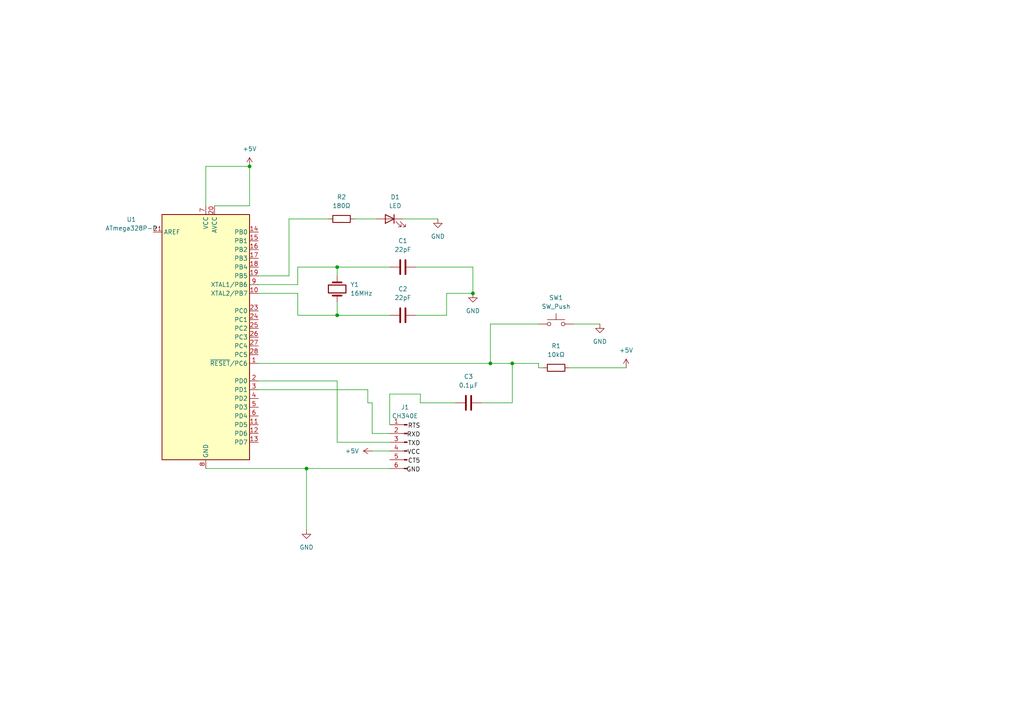
<source format=kicad_sch>
(kicad_sch (version 20230121) (generator eeschema)
  (paper "A4")
  (lib_symbols
    (symbol "Connector:Conn_01x06_Pin" (pin_names (offset 1.016) hide)
      (property "Reference" "J" (at 0 7.62 0))
      (property "Value" "Conn_01x06_Pin" (at 0 -10.16 0))
      (symbol "Conn_01x06_Pin_1_1"
        (polyline (pts (xy 1.27 -7.62) (xy 0.8636 -7.62)) (stroke (width 0.1524)))
        (polyline (pts (xy 1.27 -5.08) (xy 0.8636 -5.08)) (stroke (width 0.1524)))
        (polyline (pts (xy 1.27 -2.54) (xy 0.8636 -2.54)) (stroke (width 0.1524)))
        (polyline (pts (xy 1.27 0) (xy 0.8636 0)) (stroke (width 0.1524)))
        (polyline (pts (xy 1.27 2.54) (xy 0.8636 2.54)) (stroke (width 0.1524)))
        (polyline (pts (xy 1.27 5.08) (xy 0.8636 5.08)) (stroke (width 0.1524)))
        (rectangle (start 0.8636 -7.493) (end 0 -7.747) (stroke (width 0.1524)) (fill (type outline)))
        (rectangle (start 0.8636 -4.953) (end 0 -5.207) (stroke (width 0.1524)) (fill (type outline)))
        (rectangle (start 0.8636 -2.413) (end 0 -2.667) (stroke (width 0.1524)) (fill (type outline)))
        (rectangle (start 0.8636 0.127) (end 0 -0.127) (stroke (width 0.1524)) (fill (type outline)))
        (rectangle (start 0.8636 2.667) (end 0 2.413) (stroke (width 0.1524)) (fill (type outline)))
        (rectangle (start 0.8636 5.207) (end 0 4.953) (stroke (width 0.1524)) (fill (type outline)))
        (pin passive line (at 5.08 5.08 180) (length 3.81) (name "Pin_1") (number "1"))
        (pin passive line (at 5.08 2.54 180) (length 3.81) (name "Pin_2") (number "2"))
        (pin passive line (at 5.08 0 180) (length 3.81) (name "Pin_3") (number "3"))
        (pin passive line (at 5.08 -2.54 180) (length 3.81) (name "Pin_4") (number "4"))
        (pin passive line (at 5.08 -5.08 180) (length 3.81) (name "Pin_5") (number "5"))
        (pin passive line (at 5.08 -7.62 180) (length 3.81) (name "Pin_6") (number "6"))
      )
    )
    (symbol "Device:C" (pin_numbers hide) (pin_names (offset 0.254))
      (property "Reference" "C" (at 0.635 2.54 0))
      (property "Value" "C" (at 0.635 -2.54 0))
      (symbol "C_0_1"
        (polyline (pts (xy -2.032 -0.762) (xy 2.032 -0.762)) (stroke (width 0.508)))
        (polyline (pts (xy -2.032 0.762) (xy 2.032 0.762)) (stroke (width 0.508)))
      )
      (symbol "C_1_1"
        (pin passive line (at 0 3.81 270) (length 2.794) (name "~") (number "1"))
        (pin passive line (at 0 -3.81 90) (length 2.794) (name "~") (number "2"))
      )
    )
    (symbol "Device:Crystal" (pin_numbers hide) (pin_names (offset 1.016) hide)
      (property "Reference" "Y" (at 0 3.81 0))
      (property "Value" "Crystal" (at 0 -3.81 0))
      (symbol "Crystal_0_1"
        (rectangle (start -1.143 2.54) (end 1.143 -2.54) (stroke (width 0.3048)))
        (polyline (pts (xy -2.54 0) (xy -1.905 0)))
        (polyline (pts (xy -1.905 -1.27) (xy -1.905 1.27)) (stroke (width 0.508)))
        (polyline (pts (xy 1.905 -1.27) (xy 1.905 1.27)) (stroke (width 0.508)))
        (polyline (pts (xy 2.54 0) (xy 1.905 0)))
      )
      (symbol "Crystal_1_1"
        (pin passive line (at -3.81 0 0) (length 1.27) (name "1") (number "1"))
        (pin passive line (at 3.81 0 180) (length 1.27) (name "2") (number "2"))
      )
    )
    (symbol "Device:LED" (pin_numbers hide) (pin_names (offset 1.016) hide)
      (property "Reference" "D" (at 0 2.54 0))
      (property "Value" "LED" (at 0 -2.54 0))
      (symbol "LED_0_1"
        (polyline (pts (xy -1.27 -1.27) (xy -1.27 1.27)) (stroke (width 0.254)))
        (polyline (pts (xy -1.27 0) (xy 1.27 0)))
        (polyline (pts (xy 1.27 -1.27) (xy 1.27 1.27) (xy -1.27 0) (xy 1.27 -1.27)) (stroke (width 0.254)))
        (polyline (pts (xy -3.048 -0.762) (xy -4.572 -2.286) (xy -3.81 -2.286) (xy -4.572 -2.286) (xy -4.572 -1.524)))
        (polyline (pts (xy -1.778 -0.762) (xy -3.302 -2.286) (xy -2.54 -2.286) (xy -3.302 -2.286) (xy -3.302 -1.524)))
      )
      (symbol "LED_1_1"
        (pin passive line (at -3.81 0 0) (length 2.54) (name "K") (number "1"))
        (pin passive line (at 3.81 0 180) (length 2.54) (name "A") (number "2"))
      )
    )
    (symbol "Device:R" (pin_numbers hide) (pin_names (offset 0))
      (property "Reference" "R" (at 2.032 0 90))
      (property "Value" "R" (at 0 0 90))
      (symbol "R_0_1"
        (rectangle (start -1.016 -2.54) (end 1.016 2.54) (stroke (width 0.254)))
      )
      (symbol "R_1_1"
        (pin passive line (at 0 3.81 270) (length 1.27) (name "~") (number "1"))
        (pin passive line (at 0 -3.81 90) (length 1.27) (name "~") (number "2"))
      )
    )
    (symbol "MCU_Microchip_ATmega:ATmega328P-P"
      (property "Reference" "U" (at -12.7 36.83 0))
      (property "Value" "ATmega328P-P" (at 2.54 -36.83 0))
      (symbol "ATmega328P-P_0_1"
        (rectangle (start -12.7 -35.56) (end 12.7 35.56) (stroke (width 0.254)) (fill (type background)))
      )
      (symbol "ATmega328P-P_1_1"
        (pin bidirectional line (at 15.24 -7.62 180) (length 2.54) (name "~{RESET}/PC6") (number "1"))
        (pin bidirectional line (at 15.24 12.7 180) (length 2.54) (name "XTAL2/PB7") (number "10"))
        (pin bidirectional line (at 15.24 -25.4 180) (length 2.54) (name "PD5") (number "11"))
        (pin bidirectional line (at 15.24 -27.94 180) (length 2.54) (name "PD6") (number "12"))
        (pin bidirectional line (at 15.24 -30.48 180) (length 2.54) (name "PD7") (number "13"))
        (pin bidirectional line (at 15.24 30.48 180) (length 2.54) (name "PB0") (number "14"))
        (pin bidirectional line (at 15.24 27.94 180) (length 2.54) (name "PB1") (number "15"))
        (pin bidirectional line (at 15.24 25.4 180) (length 2.54) (name "PB2") (number "16"))
        (pin bidirectional line (at 15.24 22.86 180) (length 2.54) (name "PB3") (number "17"))
        (pin bidirectional line (at 15.24 20.32 180) (length 2.54) (name "PB4") (number "18"))
        (pin bidirectional line (at 15.24 17.78 180) (length 2.54) (name "PB5") (number "19"))
        (pin bidirectional line (at 15.24 -12.7 180) (length 2.54) (name "PD0") (number "2"))
        (pin power_in line (at 2.54 38.1 270) (length 2.54) (name "AVCC") (number "20"))
        (pin passive line (at -15.24 30.48 0) (length 2.54) (name "AREF") (number "21"))
        (pin passive line (at 0 -38.1 90) (length 2.54) hide (name "GND") (number "22"))
        (pin bidirectional line (at 15.24 7.62 180) (length 2.54) (name "PC0") (number "23"))
        (pin bidirectional line (at 15.24 5.08 180) (length 2.54) (name "PC1") (number "24"))
        (pin bidirectional line (at 15.24 2.54 180) (length 2.54) (name "PC2") (number "25"))
        (pin bidirectional line (at 15.24 0 180) (length 2.54) (name "PC3") (number "26"))
        (pin bidirectional line (at 15.24 -2.54 180) (length 2.54) (name "PC4") (number "27"))
        (pin bidirectional line (at 15.24 -5.08 180) (length 2.54) (name "PC5") (number "28"))
        (pin bidirectional line (at 15.24 -15.24 180) (length 2.54) (name "PD1") (number "3"))
        (pin bidirectional line (at 15.24 -17.78 180) (length 2.54) (name "PD2") (number "4"))
        (pin bidirectional line (at 15.24 -20.32 180) (length 2.54) (name "PD3") (number "5"))
        (pin bidirectional line (at 15.24 -22.86 180) (length 2.54) (name "PD4") (number "6"))
        (pin power_in line (at 0 38.1 270) (length 2.54) (name "VCC") (number "7"))
        (pin power_in line (at 0 -38.1 90) (length 2.54) (name "GND") (number "8"))
        (pin bidirectional line (at 15.24 15.24 180) (length 2.54) (name "XTAL1/PB6") (number "9"))
      )
    )
    (symbol "Switch:SW_Push" (pin_numbers hide) (pin_names (offset 1.016) hide)
      (property "Reference" "SW" (at 1.27 2.54 0))
      (property "Value" "SW_Push" (at 0 -1.524 0))
      (symbol "SW_Push_0_1"
        (circle (center -2.032 0) (radius 0.508))
        (polyline (pts (xy 0 1.27) (xy 0 3.048)))
        (polyline (pts (xy 2.54 1.27) (xy -2.54 1.27)))
        (circle (center 2.032 0) (radius 0.508))
        (pin passive line (at -5.08 0 0) (length 2.54) (name "1") (number "1"))
        (pin passive line (at 5.08 0 180) (length 2.54) (name "2") (number "2"))
      )
    )
    (symbol "power:+5V" (power) (pin_names (offset 0))
      (property "Value" "+5V" (at 0 3.556 0))
      (symbol "+5V_0_1"
        (polyline (pts (xy -0.762 1.27) (xy 0 2.54)))
        (polyline (pts (xy 0 0) (xy 0 2.54)))
        (polyline (pts (xy 0 2.54) (xy 0.762 1.27)))
      )
      (symbol "+5V_1_1"
        (pin power_in line (at 0 0 90) (length 0) hide (name "+5V") (number "1"))
      )
    )
    (symbol "power:GND" (power) (pin_names (offset 0))
      (property "Value" "GND" (at 0 -3.81 0))
      (symbol "GND_0_1"
        (polyline (pts (xy 0 0) (xy 0 -1.27) (xy 1.27 -1.27) (xy 0 -2.54) (xy -1.27 -1.27) (xy 0 -1.27)))
      )
      (symbol "GND_1_1"
        (pin power_in line (at 0 0 270) (length 0) hide (name "GND") (number "1"))
      )
    )
  )
  (junction (at 148.59 105.41))
  (junction (at 137.16 85.09))
  (junction (at 142.24 105.41))
  (junction (at 88.9 135.89))
  (junction (at 72.39 48.26))
  (junction (at 97.79 77.47))
  (junction (at 97.79 91.44))
  (wire (pts (xy 74.93 85.09) (xy 86.36 85.09)))
  (wire (pts (xy 97.79 77.47) (xy 113.03 77.47)))
  (wire (pts (xy 97.79 110.49) (xy 97.79 128.27)))
  (wire (pts (xy 107.95 125.73) (xy 113.03 125.73)))
  (wire (pts (xy 97.79 91.44) (xy 113.03 91.44)))
  (wire (pts (xy 102.87 63.5) (xy 109.22 63.5)))
  (wire (pts (xy 88.9 135.89) (xy 88.9 153.67)))
  (wire (pts (xy 106.68 116.84) (xy 107.95 116.84)))
  (wire (pts (xy 74.93 82.55) (xy 86.36 82.55)))
  (wire (pts (xy 86.36 91.44) (xy 97.79 91.44)))
  (wire (pts (xy 142.24 105.41) (xy 148.59 105.41)))
  (wire (pts (xy 107.95 130.81) (xy 113.03 130.81)))
  (wire (pts (xy 157.48 106.68) (xy 156.21 106.68)))
  (wire (pts (xy 59.69 59.69) (xy 59.69 48.26)))
  (wire (pts (xy 142.24 93.98) (xy 142.24 105.41)))
  (wire (pts (xy 120.65 77.47) (xy 137.16 77.47)))
  (wire (pts (xy 86.36 77.47) (xy 97.79 77.47)))
  (wire (pts (xy 83.82 80.01) (xy 83.82 63.5)))
  (wire (pts (xy 156.21 106.68) (xy 156.21 105.41)))
  (wire (pts (xy 107.95 116.84) (xy 107.95 125.73)))
  (wire (pts (xy 165.1 106.68) (xy 181.61 106.68)))
  (wire (pts (xy 137.16 77.47) (xy 137.16 85.09)))
  (wire (pts (xy 156.21 93.98) (xy 142.24 93.98)))
  (wire (pts (xy 148.59 105.41) (xy 156.21 105.41)))
  (wire (pts (xy 121.92 114.3) (xy 113.03 114.3)))
  (wire (pts (xy 166.37 93.98) (xy 173.99 93.98)))
  (wire (pts (xy 106.68 113.03) (xy 74.93 113.03)))
  (wire (pts (xy 148.59 105.41) (xy 148.59 116.84)))
  (wire (pts (xy 59.69 48.26) (xy 72.39 48.26)))
  (wire (pts (xy 97.79 87.63) (xy 97.79 91.44)))
  (wire (pts (xy 113.03 114.3) (xy 113.03 123.19)))
  (wire (pts (xy 72.39 59.69) (xy 72.39 48.26)))
  (wire (pts (xy 74.93 80.01) (xy 83.82 80.01)))
  (wire (pts (xy 116.84 63.5) (xy 127 63.5)))
  (wire (pts (xy 120.65 91.44) (xy 129.54 91.44)))
  (wire (pts (xy 132.08 116.84) (xy 121.92 116.84)))
  (wire (pts (xy 97.79 128.27) (xy 113.03 128.27)))
  (wire (pts (xy 88.9 135.89) (xy 113.03 135.89)))
  (wire (pts (xy 86.36 85.09) (xy 86.36 91.44)))
  (wire (pts (xy 74.93 105.41) (xy 142.24 105.41)))
  (wire (pts (xy 106.68 116.84) (xy 106.68 113.03)))
  (wire (pts (xy 59.69 135.89) (xy 88.9 135.89)))
  (wire (pts (xy 139.7 116.84) (xy 148.59 116.84)))
  (wire (pts (xy 83.82 63.5) (xy 95.25 63.5)))
  (wire (pts (xy 129.54 91.44) (xy 129.54 85.09)))
  (wire (pts (xy 129.54 85.09) (xy 137.16 85.09)))
  (wire (pts (xy 121.92 116.84) (xy 121.92 114.3)))
  (wire (pts (xy 74.93 110.49) (xy 97.79 110.49)))
  (wire (pts (xy 86.36 82.55) (xy 86.36 77.47)))
  (wire (pts (xy 97.79 77.47) (xy 97.79 80.01)))
  (wire (pts (xy 62.23 59.69) (xy 72.39 59.69)))
  (label "CT5" (at 121.92 134.62 180))
  (label "VCC" (at 121.92 132.08 180))
  (label "RTS" (at 121.92 124.46 180))
  (label "TXD" (at 121.92 129.54 180))
  (label "GND" (at 121.92 137.16 180))
  (label "RXD" (at 121.92 127 180))
  (symbol (lib_id "power:GND") (at 127 63.5 0) (unit 1)
    (property "Reference" "#PWR06" (effects hide))
    (property "Value" "GND" (at 127 68.58 0))
  )
  (symbol (lib_id "Device:R") (at 161.29 106.68 270) (unit 1)
    (property "Reference" "R1" (at 161.29 100.33 90))
    (property "Value" "10kΩ" (at 161.29 102.87 90))
  )
  (symbol (lib_id "power:GND") (at 137.16 85.09 0) (unit 1)
    (property "Reference" "#PWR03" (effects hide))
    (property "Value" "GND" (at 137.16 90.17 0))
  )
  (symbol (lib_id "power:GND") (at 88.9 153.67 0) (unit 1)
    (property "Reference" "#PWR07" (effects hide))
    (property "Value" "GND" (at 88.9 158.75 0))
  )
  (symbol (lib_id "MCU_Microchip_ATmega:ATmega328P-P") (at 59.69 97.79 0) (unit 1)
    (property "Reference" "U1" (at 38.1 63.6621 0))
    (property "Value" "ATmega328P-P" (at 38.1 66.2021 0))
    (property "Footprint" "Package_DIP:DIP-28_W7.62mm" (effects hide))
    (property "Datasheet" "http://ww1.microchip.com/downloads/en/DeviceDoc/ATmega328_P%20AVR%20MCU%20with%20picoPower%20Technology%20Data%20Sheet%2040001984A.pdf" (effects hide))
  )
  (symbol (lib_id "power:GND") (at 173.99 93.98 0) (unit 1)
    (property "Reference" "#PWR02" (effects hide))
    (property "Value" "GND" (at 173.99 99.06 0))
  )
  (symbol (lib_id "Device:Crystal") (at 97.79 83.82 270) (unit 1)
    (property "Reference" "Y1" (at 101.6 82.55 90) (effects (justify left)))
    (property "Value" "16MHz" (at 101.6 85.09 90) (effects (justify left)))
  )
  (symbol (lib_id "Device:C") (at 116.84 91.44 270) (unit 1)
    (property "Reference" "C2" (at 116.84 83.82 90))
    (property "Value" "22pF" (at 116.84 86.36 90))
    (property "Footprint" "Capacitor_THT:C_Disc_D3.0mm_W1.6mm_P2.50mm" (effects hide))
  )
  (symbol (lib_id "power:+5V") (at 72.39 48.26 0) (unit 1)
    (property "Reference" "#PWR04" (effects hide))
    (property "Value" "+5V" (at 72.39 43.18 0))
  )
  (symbol (lib_id "Device:LED") (at 113.03 63.5 0) (mirror y) (unit 1)
    (property "Reference" "D1" (at 114.6175 57.15 0))
    (property "Value" "LED" (at 114.6175 59.69 0))
  )
  (symbol (lib_id "Switch:SW_Push") (at 161.29 93.98 0) (unit 1)
    (property "Reference" "SW1" (at 161.29 86.36 0))
    (property "Value" "SW_Push" (at 161.29 88.9 0))
  )
  (symbol (lib_id "Device:C") (at 135.89 116.84 270) (unit 1)
    (property "Reference" "C3" (at 135.89 109.22 90))
    (property "Value" "0.1μF" (at 135.89 111.76 90))
    (property "Footprint" "Capacitor_THT:C_Disc_D3.0mm_W1.6mm_P2.50mm" (effects hide))
  )
  (symbol (lib_id "power:+5V") (at 181.61 106.68 0) (unit 1)
    (property "Reference" "#PWR01" (effects hide))
    (property "Value" "+5V" (at 181.61 101.6 0))
  )
  (symbol (lib_id "Device:C") (at 116.84 77.47 270) (unit 1)
    (property "Reference" "C1" (at 116.84 69.85 90))
    (property "Value" "22pF" (at 116.84 72.39 90))
    (property "Footprint" "Capacitor_THT:C_Disc_D3.0mm_W1.6mm_P2.50mm" (effects hide))
  )
  (symbol (lib_id "Connector:Conn_01x06_Pin") (at 118.11 128.27 0) (mirror y) (unit 1)
    (property "Reference" "J1" (at 117.475 118.11 0))
    (property "Value" "CH340E" (at 117.475 120.65 0))
  )
  (symbol (lib_id "Device:R") (at 99.06 63.5 270) (unit 1)
    (property "Reference" "R2" (at 99.06 57.15 90))
    (property "Value" "180Ω" (at 99.06 59.69 90))
  )
  (symbol (lib_id "power:+5V") (at 107.95 130.81 90) (unit 1)
    (property "Reference" "#PWR05" (effects hide))
    (property "Value" "+5V" (at 104.14 130.81 90) (effects (justify left)))
  )
)
</source>
